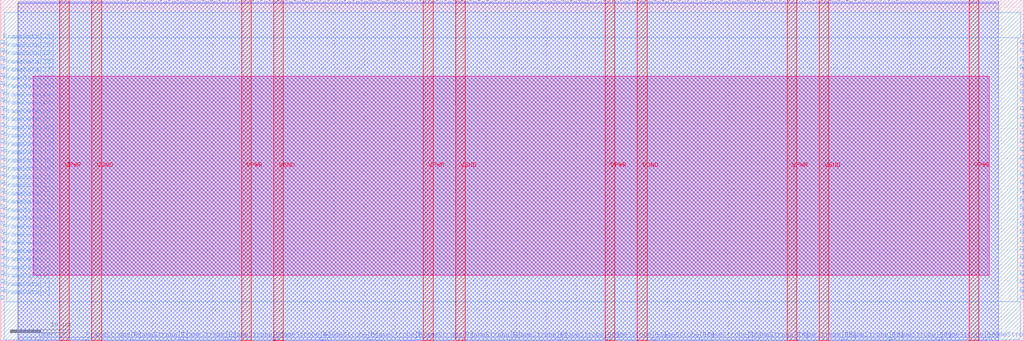
<source format=lef>
VERSION 5.7 ;
  NOWIREEXTENSIONATPIN ON ;
  DIVIDERCHAR "/" ;
  BUSBITCHARS "[]" ;
MACRO S_term_EF_SRAM
  CLASS BLOCK ;
  FOREIGN S_term_EF_SRAM ;
  ORIGIN 0.000 0.000 ;
  SIZE 168.750 BY 56.250 ;
  PIN FrameData[0]
    DIRECTION INPUT ;
    USE SIGNAL ;
    ANTENNAGATEAREA 0.196500 ;
    PORT
      LAYER met3 ;
        RECT 0.000 6.840 0.600 7.440 ;
    END
  END FrameData[0]
  PIN FrameData[10]
    DIRECTION INPUT ;
    USE SIGNAL ;
    ANTENNAGATEAREA 0.631200 ;
    ANTENNADIFFAREA 0.434700 ;
    PORT
      LAYER met3 ;
        RECT 0.000 20.440 0.600 21.040 ;
    END
  END FrameData[10]
  PIN FrameData[11]
    DIRECTION INPUT ;
    USE SIGNAL ;
    ANTENNAGATEAREA 0.631200 ;
    ANTENNADIFFAREA 0.434700 ;
    PORT
      LAYER met3 ;
        RECT 0.000 21.800 0.600 22.400 ;
    END
  END FrameData[11]
  PIN FrameData[12]
    DIRECTION INPUT ;
    USE SIGNAL ;
    ANTENNAGATEAREA 0.631200 ;
    ANTENNADIFFAREA 0.434700 ;
    PORT
      LAYER met3 ;
        RECT 0.000 23.160 0.600 23.760 ;
    END
  END FrameData[12]
  PIN FrameData[13]
    DIRECTION INPUT ;
    USE SIGNAL ;
    ANTENNAGATEAREA 0.631200 ;
    ANTENNADIFFAREA 0.434700 ;
    PORT
      LAYER met3 ;
        RECT 0.000 24.520 0.600 25.120 ;
    END
  END FrameData[13]
  PIN FrameData[14]
    DIRECTION INPUT ;
    USE SIGNAL ;
    ANTENNAGATEAREA 0.196500 ;
    PORT
      LAYER met3 ;
        RECT 0.000 25.880 0.600 26.480 ;
    END
  END FrameData[14]
  PIN FrameData[15]
    DIRECTION INPUT ;
    USE SIGNAL ;
    ANTENNAGATEAREA 0.196500 ;
    PORT
      LAYER met3 ;
        RECT 0.000 27.240 0.600 27.840 ;
    END
  END FrameData[15]
  PIN FrameData[16]
    DIRECTION INPUT ;
    USE SIGNAL ;
    ANTENNAGATEAREA 0.631200 ;
    ANTENNADIFFAREA 0.434700 ;
    PORT
      LAYER met3 ;
        RECT 0.000 28.600 0.600 29.200 ;
    END
  END FrameData[16]
  PIN FrameData[17]
    DIRECTION INPUT ;
    USE SIGNAL ;
    ANTENNAGATEAREA 0.196500 ;
    PORT
      LAYER met3 ;
        RECT 0.000 29.960 0.600 30.560 ;
    END
  END FrameData[17]
  PIN FrameData[18]
    DIRECTION INPUT ;
    USE SIGNAL ;
    ANTENNAGATEAREA 0.631200 ;
    ANTENNADIFFAREA 0.434700 ;
    PORT
      LAYER met3 ;
        RECT 0.000 31.320 0.600 31.920 ;
    END
  END FrameData[18]
  PIN FrameData[19]
    DIRECTION INPUT ;
    USE SIGNAL ;
    ANTENNAGATEAREA 0.196500 ;
    PORT
      LAYER met3 ;
        RECT 0.000 32.680 0.600 33.280 ;
    END
  END FrameData[19]
  PIN FrameData[1]
    DIRECTION INPUT ;
    USE SIGNAL ;
    ANTENNAGATEAREA 0.631200 ;
    ANTENNADIFFAREA 0.434700 ;
    PORT
      LAYER met3 ;
        RECT 0.000 8.200 0.600 8.800 ;
    END
  END FrameData[1]
  PIN FrameData[20]
    DIRECTION INPUT ;
    USE SIGNAL ;
    ANTENNAGATEAREA 0.631200 ;
    ANTENNADIFFAREA 0.434700 ;
    PORT
      LAYER met3 ;
        RECT 0.000 34.040 0.600 34.640 ;
    END
  END FrameData[20]
  PIN FrameData[21]
    DIRECTION INPUT ;
    USE SIGNAL ;
    ANTENNAGATEAREA 0.196500 ;
    PORT
      LAYER met3 ;
        RECT 0.000 35.400 0.600 36.000 ;
    END
  END FrameData[21]
  PIN FrameData[22]
    DIRECTION INPUT ;
    USE SIGNAL ;
    ANTENNAGATEAREA 0.631200 ;
    ANTENNADIFFAREA 0.434700 ;
    PORT
      LAYER met3 ;
        RECT 0.000 36.760 0.600 37.360 ;
    END
  END FrameData[22]
  PIN FrameData[23]
    DIRECTION INPUT ;
    USE SIGNAL ;
    ANTENNAGATEAREA 0.631200 ;
    ANTENNADIFFAREA 0.434700 ;
    PORT
      LAYER met3 ;
        RECT 0.000 38.120 0.600 38.720 ;
    END
  END FrameData[23]
  PIN FrameData[24]
    DIRECTION INPUT ;
    USE SIGNAL ;
    ANTENNAGATEAREA 0.631200 ;
    ANTENNADIFFAREA 0.434700 ;
    PORT
      LAYER met3 ;
        RECT 0.000 39.480 0.600 40.080 ;
    END
  END FrameData[24]
  PIN FrameData[25]
    DIRECTION INPUT ;
    USE SIGNAL ;
    ANTENNAGATEAREA 0.631200 ;
    ANTENNADIFFAREA 0.434700 ;
    PORT
      LAYER met3 ;
        RECT 0.000 40.840 0.600 41.440 ;
    END
  END FrameData[25]
  PIN FrameData[26]
    DIRECTION INPUT ;
    USE SIGNAL ;
    ANTENNAGATEAREA 0.631200 ;
    ANTENNADIFFAREA 0.434700 ;
    PORT
      LAYER met3 ;
        RECT 0.000 42.200 0.600 42.800 ;
    END
  END FrameData[26]
  PIN FrameData[27]
    DIRECTION INPUT ;
    USE SIGNAL ;
    ANTENNAGATEAREA 0.631200 ;
    ANTENNADIFFAREA 0.434700 ;
    PORT
      LAYER met3 ;
        RECT 0.000 43.560 0.600 44.160 ;
    END
  END FrameData[27]
  PIN FrameData[28]
    DIRECTION INPUT ;
    USE SIGNAL ;
    ANTENNAGATEAREA 0.631200 ;
    ANTENNADIFFAREA 0.434700 ;
    PORT
      LAYER met3 ;
        RECT 0.000 44.920 0.600 45.520 ;
    END
  END FrameData[28]
  PIN FrameData[29]
    DIRECTION INPUT ;
    USE SIGNAL ;
    ANTENNAGATEAREA 0.631200 ;
    ANTENNADIFFAREA 0.434700 ;
    PORT
      LAYER met3 ;
        RECT 0.000 46.280 0.600 46.880 ;
    END
  END FrameData[29]
  PIN FrameData[2]
    DIRECTION INPUT ;
    USE SIGNAL ;
    ANTENNAGATEAREA 0.631200 ;
    ANTENNADIFFAREA 0.434700 ;
    PORT
      LAYER met3 ;
        RECT 0.000 9.560 0.600 10.160 ;
    END
  END FrameData[2]
  PIN FrameData[30]
    DIRECTION INPUT ;
    USE SIGNAL ;
    ANTENNAGATEAREA 0.631200 ;
    ANTENNADIFFAREA 0.434700 ;
    PORT
      LAYER met3 ;
        RECT 0.000 47.640 0.600 48.240 ;
    END
  END FrameData[30]
  PIN FrameData[31]
    DIRECTION INPUT ;
    USE SIGNAL ;
    ANTENNAGATEAREA 0.631200 ;
    ANTENNADIFFAREA 0.434700 ;
    PORT
      LAYER met3 ;
        RECT 0.000 49.000 0.600 49.600 ;
    END
  END FrameData[31]
  PIN FrameData[3]
    DIRECTION INPUT ;
    USE SIGNAL ;
    ANTENNAGATEAREA 0.631200 ;
    ANTENNADIFFAREA 0.434700 ;
    PORT
      LAYER met3 ;
        RECT 0.000 10.920 0.600 11.520 ;
    END
  END FrameData[3]
  PIN FrameData[4]
    DIRECTION INPUT ;
    USE SIGNAL ;
    ANTENNAGATEAREA 0.196500 ;
    PORT
      LAYER met3 ;
        RECT 0.000 12.280 0.600 12.880 ;
    END
  END FrameData[4]
  PIN FrameData[5]
    DIRECTION INPUT ;
    USE SIGNAL ;
    ANTENNAGATEAREA 0.631200 ;
    ANTENNADIFFAREA 0.434700 ;
    PORT
      LAYER met3 ;
        RECT 0.000 13.640 0.600 14.240 ;
    END
  END FrameData[5]
  PIN FrameData[6]
    DIRECTION INPUT ;
    USE SIGNAL ;
    ANTENNAGATEAREA 0.631200 ;
    ANTENNADIFFAREA 0.434700 ;
    PORT
      LAYER met3 ;
        RECT 0.000 15.000 0.600 15.600 ;
    END
  END FrameData[6]
  PIN FrameData[7]
    DIRECTION INPUT ;
    USE SIGNAL ;
    ANTENNAGATEAREA 0.631200 ;
    ANTENNADIFFAREA 0.434700 ;
    PORT
      LAYER met3 ;
        RECT 0.000 16.360 0.600 16.960 ;
    END
  END FrameData[7]
  PIN FrameData[8]
    DIRECTION INPUT ;
    USE SIGNAL ;
    ANTENNAGATEAREA 0.631200 ;
    ANTENNADIFFAREA 0.434700 ;
    PORT
      LAYER met3 ;
        RECT 0.000 17.720 0.600 18.320 ;
    END
  END FrameData[8]
  PIN FrameData[9]
    DIRECTION INPUT ;
    USE SIGNAL ;
    ANTENNAGATEAREA 0.631200 ;
    ANTENNADIFFAREA 0.434700 ;
    PORT
      LAYER met3 ;
        RECT 0.000 19.080 0.600 19.680 ;
    END
  END FrameData[9]
  PIN FrameData_O[0]
    DIRECTION OUTPUT ;
    USE SIGNAL ;
    ANTENNADIFFAREA 0.445500 ;
    PORT
      LAYER met3 ;
        RECT 168.150 6.840 168.750 7.440 ;
    END
  END FrameData_O[0]
  PIN FrameData_O[10]
    DIRECTION OUTPUT ;
    USE SIGNAL ;
    ANTENNADIFFAREA 0.445500 ;
    PORT
      LAYER met3 ;
        RECT 168.150 20.440 168.750 21.040 ;
    END
  END FrameData_O[10]
  PIN FrameData_O[11]
    DIRECTION OUTPUT ;
    USE SIGNAL ;
    ANTENNADIFFAREA 0.445500 ;
    PORT
      LAYER met3 ;
        RECT 168.150 21.800 168.750 22.400 ;
    END
  END FrameData_O[11]
  PIN FrameData_O[12]
    DIRECTION OUTPUT ;
    USE SIGNAL ;
    ANTENNADIFFAREA 0.445500 ;
    PORT
      LAYER met3 ;
        RECT 168.150 23.160 168.750 23.760 ;
    END
  END FrameData_O[12]
  PIN FrameData_O[13]
    DIRECTION OUTPUT ;
    USE SIGNAL ;
    ANTENNADIFFAREA 0.445500 ;
    PORT
      LAYER met3 ;
        RECT 168.150 24.520 168.750 25.120 ;
    END
  END FrameData_O[13]
  PIN FrameData_O[14]
    DIRECTION OUTPUT ;
    USE SIGNAL ;
    ANTENNADIFFAREA 0.445500 ;
    PORT
      LAYER met3 ;
        RECT 168.150 25.880 168.750 26.480 ;
    END
  END FrameData_O[14]
  PIN FrameData_O[15]
    DIRECTION OUTPUT ;
    USE SIGNAL ;
    ANTENNADIFFAREA 0.445500 ;
    PORT
      LAYER met3 ;
        RECT 168.150 27.240 168.750 27.840 ;
    END
  END FrameData_O[15]
  PIN FrameData_O[16]
    DIRECTION OUTPUT ;
    USE SIGNAL ;
    ANTENNADIFFAREA 0.445500 ;
    PORT
      LAYER met3 ;
        RECT 168.150 28.600 168.750 29.200 ;
    END
  END FrameData_O[16]
  PIN FrameData_O[17]
    DIRECTION OUTPUT ;
    USE SIGNAL ;
    ANTENNADIFFAREA 0.445500 ;
    PORT
      LAYER met3 ;
        RECT 168.150 29.960 168.750 30.560 ;
    END
  END FrameData_O[17]
  PIN FrameData_O[18]
    DIRECTION OUTPUT ;
    USE SIGNAL ;
    ANTENNADIFFAREA 0.445500 ;
    PORT
      LAYER met3 ;
        RECT 168.150 31.320 168.750 31.920 ;
    END
  END FrameData_O[18]
  PIN FrameData_O[19]
    DIRECTION OUTPUT ;
    USE SIGNAL ;
    ANTENNADIFFAREA 0.445500 ;
    PORT
      LAYER met3 ;
        RECT 168.150 32.680 168.750 33.280 ;
    END
  END FrameData_O[19]
  PIN FrameData_O[1]
    DIRECTION OUTPUT ;
    USE SIGNAL ;
    ANTENNADIFFAREA 0.445500 ;
    PORT
      LAYER met3 ;
        RECT 168.150 8.200 168.750 8.800 ;
    END
  END FrameData_O[1]
  PIN FrameData_O[20]
    DIRECTION OUTPUT ;
    USE SIGNAL ;
    ANTENNADIFFAREA 0.445500 ;
    PORT
      LAYER met3 ;
        RECT 168.150 34.040 168.750 34.640 ;
    END
  END FrameData_O[20]
  PIN FrameData_O[21]
    DIRECTION OUTPUT ;
    USE SIGNAL ;
    ANTENNADIFFAREA 0.445500 ;
    PORT
      LAYER met3 ;
        RECT 168.150 35.400 168.750 36.000 ;
    END
  END FrameData_O[21]
  PIN FrameData_O[22]
    DIRECTION OUTPUT ;
    USE SIGNAL ;
    ANTENNADIFFAREA 0.445500 ;
    PORT
      LAYER met3 ;
        RECT 168.150 36.760 168.750 37.360 ;
    END
  END FrameData_O[22]
  PIN FrameData_O[23]
    DIRECTION OUTPUT ;
    USE SIGNAL ;
    ANTENNADIFFAREA 0.445500 ;
    PORT
      LAYER met3 ;
        RECT 168.150 38.120 168.750 38.720 ;
    END
  END FrameData_O[23]
  PIN FrameData_O[24]
    DIRECTION OUTPUT ;
    USE SIGNAL ;
    ANTENNADIFFAREA 0.445500 ;
    PORT
      LAYER met3 ;
        RECT 168.150 39.480 168.750 40.080 ;
    END
  END FrameData_O[24]
  PIN FrameData_O[25]
    DIRECTION OUTPUT ;
    USE SIGNAL ;
    ANTENNADIFFAREA 0.445500 ;
    PORT
      LAYER met3 ;
        RECT 168.150 40.840 168.750 41.440 ;
    END
  END FrameData_O[25]
  PIN FrameData_O[26]
    DIRECTION OUTPUT ;
    USE SIGNAL ;
    ANTENNADIFFAREA 0.445500 ;
    PORT
      LAYER met3 ;
        RECT 168.150 42.200 168.750 42.800 ;
    END
  END FrameData_O[26]
  PIN FrameData_O[27]
    DIRECTION OUTPUT ;
    USE SIGNAL ;
    ANTENNADIFFAREA 0.445500 ;
    PORT
      LAYER met3 ;
        RECT 168.150 43.560 168.750 44.160 ;
    END
  END FrameData_O[27]
  PIN FrameData_O[28]
    DIRECTION OUTPUT ;
    USE SIGNAL ;
    ANTENNADIFFAREA 0.445500 ;
    PORT
      LAYER met3 ;
        RECT 168.150 44.920 168.750 45.520 ;
    END
  END FrameData_O[28]
  PIN FrameData_O[29]
    DIRECTION OUTPUT ;
    USE SIGNAL ;
    ANTENNADIFFAREA 0.445500 ;
    PORT
      LAYER met3 ;
        RECT 168.150 46.280 168.750 46.880 ;
    END
  END FrameData_O[29]
  PIN FrameData_O[2]
    DIRECTION OUTPUT ;
    USE SIGNAL ;
    ANTENNADIFFAREA 0.445500 ;
    PORT
      LAYER met3 ;
        RECT 168.150 9.560 168.750 10.160 ;
    END
  END FrameData_O[2]
  PIN FrameData_O[30]
    DIRECTION OUTPUT ;
    USE SIGNAL ;
    ANTENNADIFFAREA 0.445500 ;
    PORT
      LAYER met3 ;
        RECT 168.150 47.640 168.750 48.240 ;
    END
  END FrameData_O[30]
  PIN FrameData_O[31]
    DIRECTION OUTPUT ;
    USE SIGNAL ;
    ANTENNADIFFAREA 0.445500 ;
    PORT
      LAYER met3 ;
        RECT 168.150 49.000 168.750 49.600 ;
    END
  END FrameData_O[31]
  PIN FrameData_O[3]
    DIRECTION OUTPUT ;
    USE SIGNAL ;
    ANTENNADIFFAREA 0.445500 ;
    PORT
      LAYER met3 ;
        RECT 168.150 10.920 168.750 11.520 ;
    END
  END FrameData_O[3]
  PIN FrameData_O[4]
    DIRECTION OUTPUT ;
    USE SIGNAL ;
    ANTENNADIFFAREA 0.445500 ;
    PORT
      LAYER met3 ;
        RECT 168.150 12.280 168.750 12.880 ;
    END
  END FrameData_O[4]
  PIN FrameData_O[5]
    DIRECTION OUTPUT ;
    USE SIGNAL ;
    ANTENNADIFFAREA 0.445500 ;
    PORT
      LAYER met3 ;
        RECT 168.150 13.640 168.750 14.240 ;
    END
  END FrameData_O[5]
  PIN FrameData_O[6]
    DIRECTION OUTPUT ;
    USE SIGNAL ;
    ANTENNADIFFAREA 0.445500 ;
    PORT
      LAYER met3 ;
        RECT 168.150 15.000 168.750 15.600 ;
    END
  END FrameData_O[6]
  PIN FrameData_O[7]
    DIRECTION OUTPUT ;
    USE SIGNAL ;
    ANTENNADIFFAREA 0.445500 ;
    PORT
      LAYER met3 ;
        RECT 168.150 16.360 168.750 16.960 ;
    END
  END FrameData_O[7]
  PIN FrameData_O[8]
    DIRECTION OUTPUT ;
    USE SIGNAL ;
    ANTENNADIFFAREA 0.445500 ;
    PORT
      LAYER met3 ;
        RECT 168.150 17.720 168.750 18.320 ;
    END
  END FrameData_O[8]
  PIN FrameData_O[9]
    DIRECTION OUTPUT ;
    USE SIGNAL ;
    ANTENNADIFFAREA 0.445500 ;
    PORT
      LAYER met3 ;
        RECT 168.150 19.080 168.750 19.680 ;
    END
  END FrameData_O[9]
  PIN FrameStrobe[0]
    DIRECTION INPUT ;
    USE SIGNAL ;
    ANTENNAGATEAREA 0.196500 ;
    PORT
      LAYER met2 ;
        RECT 13.890 0.000 14.170 0.280 ;
    END
  END FrameStrobe[0]
  PIN FrameStrobe[10]
    DIRECTION INPUT ;
    USE SIGNAL ;
    ANTENNAGATEAREA 0.196500 ;
    PORT
      LAYER met2 ;
        RECT 92.090 0.000 92.370 0.280 ;
    END
  END FrameStrobe[10]
  PIN FrameStrobe[11]
    DIRECTION INPUT ;
    USE SIGNAL ;
    ANTENNAGATEAREA 0.196500 ;
    PORT
      LAYER met2 ;
        RECT 99.910 0.000 100.190 0.280 ;
    END
  END FrameStrobe[11]
  PIN FrameStrobe[12]
    DIRECTION INPUT ;
    USE SIGNAL ;
    ANTENNAGATEAREA 0.196500 ;
    PORT
      LAYER met2 ;
        RECT 107.730 0.000 108.010 0.280 ;
    END
  END FrameStrobe[12]
  PIN FrameStrobe[13]
    DIRECTION INPUT ;
    USE SIGNAL ;
    ANTENNAGATEAREA 0.196500 ;
    PORT
      LAYER met2 ;
        RECT 115.550 0.000 115.830 0.280 ;
    END
  END FrameStrobe[13]
  PIN FrameStrobe[14]
    DIRECTION INPUT ;
    USE SIGNAL ;
    ANTENNAGATEAREA 0.196500 ;
    PORT
      LAYER met2 ;
        RECT 123.370 0.000 123.650 0.280 ;
    END
  END FrameStrobe[14]
  PIN FrameStrobe[15]
    DIRECTION INPUT ;
    USE SIGNAL ;
    ANTENNAGATEAREA 0.196500 ;
    PORT
      LAYER met2 ;
        RECT 131.190 0.000 131.470 0.280 ;
    END
  END FrameStrobe[15]
  PIN FrameStrobe[16]
    DIRECTION INPUT ;
    USE SIGNAL ;
    ANTENNAGATEAREA 0.196500 ;
    PORT
      LAYER met2 ;
        RECT 139.010 0.000 139.290 0.280 ;
    END
  END FrameStrobe[16]
  PIN FrameStrobe[17]
    DIRECTION INPUT ;
    USE SIGNAL ;
    ANTENNAGATEAREA 0.196500 ;
    PORT
      LAYER met2 ;
        RECT 146.830 0.000 147.110 0.280 ;
    END
  END FrameStrobe[17]
  PIN FrameStrobe[18]
    DIRECTION INPUT ;
    USE SIGNAL ;
    ANTENNAGATEAREA 0.196500 ;
    PORT
      LAYER met2 ;
        RECT 154.650 0.000 154.930 0.280 ;
    END
  END FrameStrobe[18]
  PIN FrameStrobe[19]
    DIRECTION INPUT ;
    USE SIGNAL ;
    ANTENNAGATEAREA 0.196500 ;
    PORT
      LAYER met2 ;
        RECT 162.470 0.000 162.750 0.280 ;
    END
  END FrameStrobe[19]
  PIN FrameStrobe[1]
    DIRECTION INPUT ;
    USE SIGNAL ;
    ANTENNAGATEAREA 0.196500 ;
    PORT
      LAYER met2 ;
        RECT 21.710 0.000 21.990 0.280 ;
    END
  END FrameStrobe[1]
  PIN FrameStrobe[2]
    DIRECTION INPUT ;
    USE SIGNAL ;
    ANTENNAGATEAREA 0.631200 ;
    ANTENNADIFFAREA 0.434700 ;
    PORT
      LAYER met2 ;
        RECT 29.530 0.000 29.810 0.280 ;
    END
  END FrameStrobe[2]
  PIN FrameStrobe[3]
    DIRECTION INPUT ;
    USE SIGNAL ;
    ANTENNAGATEAREA 0.196500 ;
    PORT
      LAYER met2 ;
        RECT 37.350 0.000 37.630 0.280 ;
    END
  END FrameStrobe[3]
  PIN FrameStrobe[4]
    DIRECTION INPUT ;
    USE SIGNAL ;
    ANTENNAGATEAREA 0.196500 ;
    PORT
      LAYER met2 ;
        RECT 45.170 0.000 45.450 0.280 ;
    END
  END FrameStrobe[4]
  PIN FrameStrobe[5]
    DIRECTION INPUT ;
    USE SIGNAL ;
    ANTENNAGATEAREA 0.196500 ;
    PORT
      LAYER met2 ;
        RECT 52.990 0.000 53.270 0.280 ;
    END
  END FrameStrobe[5]
  PIN FrameStrobe[6]
    DIRECTION INPUT ;
    USE SIGNAL ;
    ANTENNAGATEAREA 0.196500 ;
    PORT
      LAYER met2 ;
        RECT 60.810 0.000 61.090 0.280 ;
    END
  END FrameStrobe[6]
  PIN FrameStrobe[7]
    DIRECTION INPUT ;
    USE SIGNAL ;
    ANTENNAGATEAREA 0.196500 ;
    PORT
      LAYER met2 ;
        RECT 68.630 0.000 68.910 0.280 ;
    END
  END FrameStrobe[7]
  PIN FrameStrobe[8]
    DIRECTION INPUT ;
    USE SIGNAL ;
    ANTENNAGATEAREA 0.196500 ;
    PORT
      LAYER met2 ;
        RECT 76.450 0.000 76.730 0.280 ;
    END
  END FrameStrobe[8]
  PIN FrameStrobe[9]
    DIRECTION INPUT ;
    USE SIGNAL ;
    ANTENNAGATEAREA 0.196500 ;
    PORT
      LAYER met2 ;
        RECT 84.270 0.000 84.550 0.280 ;
    END
  END FrameStrobe[9]
  PIN FrameStrobe_O[0]
    DIRECTION OUTPUT ;
    USE SIGNAL ;
    ANTENNADIFFAREA 0.445500 ;
    PORT
      LAYER met2 ;
        RECT 121.530 55.970 121.810 56.250 ;
    END
  END FrameStrobe_O[0]
  PIN FrameStrobe_O[10]
    DIRECTION OUTPUT ;
    USE SIGNAL ;
    ANTENNADIFFAREA 0.445500 ;
    PORT
      LAYER met2 ;
        RECT 135.330 55.970 135.610 56.250 ;
    END
  END FrameStrobe_O[10]
  PIN FrameStrobe_O[11]
    DIRECTION OUTPUT ;
    USE SIGNAL ;
    ANTENNADIFFAREA 0.445500 ;
    PORT
      LAYER met2 ;
        RECT 136.710 55.970 136.990 56.250 ;
    END
  END FrameStrobe_O[11]
  PIN FrameStrobe_O[12]
    DIRECTION OUTPUT ;
    USE SIGNAL ;
    ANTENNADIFFAREA 0.445500 ;
    PORT
      LAYER met2 ;
        RECT 138.090 55.970 138.370 56.250 ;
    END
  END FrameStrobe_O[12]
  PIN FrameStrobe_O[13]
    DIRECTION OUTPUT ;
    USE SIGNAL ;
    ANTENNADIFFAREA 0.445500 ;
    PORT
      LAYER met2 ;
        RECT 139.470 55.970 139.750 56.250 ;
    END
  END FrameStrobe_O[13]
  PIN FrameStrobe_O[14]
    DIRECTION OUTPUT ;
    USE SIGNAL ;
    ANTENNADIFFAREA 0.445500 ;
    PORT
      LAYER met2 ;
        RECT 140.850 55.970 141.130 56.250 ;
    END
  END FrameStrobe_O[14]
  PIN FrameStrobe_O[15]
    DIRECTION OUTPUT ;
    USE SIGNAL ;
    ANTENNADIFFAREA 0.445500 ;
    PORT
      LAYER met2 ;
        RECT 142.230 55.970 142.510 56.250 ;
    END
  END FrameStrobe_O[15]
  PIN FrameStrobe_O[16]
    DIRECTION OUTPUT ;
    USE SIGNAL ;
    ANTENNADIFFAREA 0.445500 ;
    PORT
      LAYER met2 ;
        RECT 143.610 55.970 143.890 56.250 ;
    END
  END FrameStrobe_O[16]
  PIN FrameStrobe_O[17]
    DIRECTION OUTPUT ;
    USE SIGNAL ;
    ANTENNADIFFAREA 0.445500 ;
    PORT
      LAYER met2 ;
        RECT 144.990 55.970 145.270 56.250 ;
    END
  END FrameStrobe_O[17]
  PIN FrameStrobe_O[18]
    DIRECTION OUTPUT ;
    USE SIGNAL ;
    ANTENNADIFFAREA 0.445500 ;
    PORT
      LAYER met2 ;
        RECT 146.370 55.970 146.650 56.250 ;
    END
  END FrameStrobe_O[18]
  PIN FrameStrobe_O[19]
    DIRECTION OUTPUT ;
    USE SIGNAL ;
    ANTENNADIFFAREA 0.445500 ;
    PORT
      LAYER met2 ;
        RECT 147.750 55.970 148.030 56.250 ;
    END
  END FrameStrobe_O[19]
  PIN FrameStrobe_O[1]
    DIRECTION OUTPUT ;
    USE SIGNAL ;
    ANTENNADIFFAREA 0.445500 ;
    PORT
      LAYER met2 ;
        RECT 122.910 55.970 123.190 56.250 ;
    END
  END FrameStrobe_O[1]
  PIN FrameStrobe_O[2]
    DIRECTION OUTPUT ;
    USE SIGNAL ;
    ANTENNADIFFAREA 0.445500 ;
    PORT
      LAYER met2 ;
        RECT 124.290 55.970 124.570 56.250 ;
    END
  END FrameStrobe_O[2]
  PIN FrameStrobe_O[3]
    DIRECTION OUTPUT ;
    USE SIGNAL ;
    ANTENNADIFFAREA 0.445500 ;
    PORT
      LAYER met2 ;
        RECT 125.670 55.970 125.950 56.250 ;
    END
  END FrameStrobe_O[3]
  PIN FrameStrobe_O[4]
    DIRECTION OUTPUT ;
    USE SIGNAL ;
    ANTENNADIFFAREA 0.445500 ;
    PORT
      LAYER met2 ;
        RECT 127.050 55.970 127.330 56.250 ;
    END
  END FrameStrobe_O[4]
  PIN FrameStrobe_O[5]
    DIRECTION OUTPUT ;
    USE SIGNAL ;
    ANTENNADIFFAREA 0.445500 ;
    PORT
      LAYER met2 ;
        RECT 128.430 55.970 128.710 56.250 ;
    END
  END FrameStrobe_O[5]
  PIN FrameStrobe_O[6]
    DIRECTION OUTPUT ;
    USE SIGNAL ;
    ANTENNADIFFAREA 0.445500 ;
    PORT
      LAYER met2 ;
        RECT 129.810 55.970 130.090 56.250 ;
    END
  END FrameStrobe_O[6]
  PIN FrameStrobe_O[7]
    DIRECTION OUTPUT ;
    USE SIGNAL ;
    ANTENNADIFFAREA 0.445500 ;
    PORT
      LAYER met2 ;
        RECT 131.190 55.970 131.470 56.250 ;
    END
  END FrameStrobe_O[7]
  PIN FrameStrobe_O[8]
    DIRECTION OUTPUT ;
    USE SIGNAL ;
    ANTENNADIFFAREA 0.445500 ;
    PORT
      LAYER met2 ;
        RECT 132.570 55.970 132.850 56.250 ;
    END
  END FrameStrobe_O[8]
  PIN FrameStrobe_O[9]
    DIRECTION OUTPUT ;
    USE SIGNAL ;
    ANTENNADIFFAREA 0.445500 ;
    PORT
      LAYER met2 ;
        RECT 133.950 55.970 134.230 56.250 ;
    END
  END FrameStrobe_O[9]
  PIN N1BEG[0]
    DIRECTION OUTPUT ;
    USE SIGNAL ;
    ANTENNADIFFAREA 0.445500 ;
    PORT
      LAYER met2 ;
        RECT 20.790 55.970 21.070 56.250 ;
    END
  END N1BEG[0]
  PIN N1BEG[1]
    DIRECTION OUTPUT ;
    USE SIGNAL ;
    ANTENNADIFFAREA 0.445500 ;
    PORT
      LAYER met2 ;
        RECT 22.170 55.970 22.450 56.250 ;
    END
  END N1BEG[1]
  PIN N1BEG[2]
    DIRECTION OUTPUT ;
    USE SIGNAL ;
    ANTENNADIFFAREA 0.445500 ;
    PORT
      LAYER met2 ;
        RECT 23.550 55.970 23.830 56.250 ;
    END
  END N1BEG[2]
  PIN N1BEG[3]
    DIRECTION OUTPUT ;
    USE SIGNAL ;
    ANTENNADIFFAREA 0.445500 ;
    PORT
      LAYER met2 ;
        RECT 24.930 55.970 25.210 56.250 ;
    END
  END N1BEG[3]
  PIN N2BEG[0]
    DIRECTION OUTPUT ;
    USE SIGNAL ;
    ANTENNADIFFAREA 0.445500 ;
    PORT
      LAYER met2 ;
        RECT 26.310 55.970 26.590 56.250 ;
    END
  END N2BEG[0]
  PIN N2BEG[1]
    DIRECTION OUTPUT ;
    USE SIGNAL ;
    ANTENNADIFFAREA 0.445500 ;
    PORT
      LAYER met2 ;
        RECT 27.690 55.970 27.970 56.250 ;
    END
  END N2BEG[1]
  PIN N2BEG[2]
    DIRECTION OUTPUT ;
    USE SIGNAL ;
    ANTENNADIFFAREA 0.445500 ;
    PORT
      LAYER met2 ;
        RECT 29.070 55.970 29.350 56.250 ;
    END
  END N2BEG[2]
  PIN N2BEG[3]
    DIRECTION OUTPUT ;
    USE SIGNAL ;
    ANTENNADIFFAREA 0.445500 ;
    PORT
      LAYER met2 ;
        RECT 30.450 55.970 30.730 56.250 ;
    END
  END N2BEG[3]
  PIN N2BEG[4]
    DIRECTION OUTPUT ;
    USE SIGNAL ;
    ANTENNADIFFAREA 0.445500 ;
    PORT
      LAYER met2 ;
        RECT 31.830 55.970 32.110 56.250 ;
    END
  END N2BEG[4]
  PIN N2BEG[5]
    DIRECTION OUTPUT ;
    USE SIGNAL ;
    ANTENNADIFFAREA 0.445500 ;
    PORT
      LAYER met2 ;
        RECT 33.210 55.970 33.490 56.250 ;
    END
  END N2BEG[5]
  PIN N2BEG[6]
    DIRECTION OUTPUT ;
    USE SIGNAL ;
    ANTENNADIFFAREA 0.445500 ;
    PORT
      LAYER met2 ;
        RECT 34.590 55.970 34.870 56.250 ;
    END
  END N2BEG[6]
  PIN N2BEG[7]
    DIRECTION OUTPUT ;
    USE SIGNAL ;
    ANTENNADIFFAREA 0.445500 ;
    PORT
      LAYER met2 ;
        RECT 35.970 55.970 36.250 56.250 ;
    END
  END N2BEG[7]
  PIN N2BEGb[0]
    DIRECTION OUTPUT ;
    USE SIGNAL ;
    ANTENNADIFFAREA 0.445500 ;
    PORT
      LAYER met2 ;
        RECT 37.350 55.970 37.630 56.250 ;
    END
  END N2BEGb[0]
  PIN N2BEGb[1]
    DIRECTION OUTPUT ;
    USE SIGNAL ;
    ANTENNADIFFAREA 0.445500 ;
    PORT
      LAYER met2 ;
        RECT 38.730 55.970 39.010 56.250 ;
    END
  END N2BEGb[1]
  PIN N2BEGb[2]
    DIRECTION OUTPUT ;
    USE SIGNAL ;
    ANTENNADIFFAREA 0.445500 ;
    PORT
      LAYER met2 ;
        RECT 40.110 55.970 40.390 56.250 ;
    END
  END N2BEGb[2]
  PIN N2BEGb[3]
    DIRECTION OUTPUT ;
    USE SIGNAL ;
    ANTENNADIFFAREA 0.445500 ;
    PORT
      LAYER met2 ;
        RECT 41.490 55.970 41.770 56.250 ;
    END
  END N2BEGb[3]
  PIN N2BEGb[4]
    DIRECTION OUTPUT ;
    USE SIGNAL ;
    ANTENNADIFFAREA 0.445500 ;
    PORT
      LAYER met2 ;
        RECT 42.870 55.970 43.150 56.250 ;
    END
  END N2BEGb[4]
  PIN N2BEGb[5]
    DIRECTION OUTPUT ;
    USE SIGNAL ;
    ANTENNADIFFAREA 0.445500 ;
    PORT
      LAYER met2 ;
        RECT 44.250 55.970 44.530 56.250 ;
    END
  END N2BEGb[5]
  PIN N2BEGb[6]
    DIRECTION OUTPUT ;
    USE SIGNAL ;
    ANTENNADIFFAREA 0.445500 ;
    PORT
      LAYER met2 ;
        RECT 45.630 55.970 45.910 56.250 ;
    END
  END N2BEGb[6]
  PIN N2BEGb[7]
    DIRECTION OUTPUT ;
    USE SIGNAL ;
    ANTENNADIFFAREA 0.445500 ;
    PORT
      LAYER met2 ;
        RECT 47.010 55.970 47.290 56.250 ;
    END
  END N2BEGb[7]
  PIN N4BEG[0]
    DIRECTION OUTPUT ;
    USE SIGNAL ;
    ANTENNADIFFAREA 0.445500 ;
    PORT
      LAYER met2 ;
        RECT 48.390 55.970 48.670 56.250 ;
    END
  END N4BEG[0]
  PIN N4BEG[10]
    DIRECTION OUTPUT ;
    USE SIGNAL ;
    ANTENNADIFFAREA 0.445500 ;
    PORT
      LAYER met2 ;
        RECT 62.190 55.970 62.470 56.250 ;
    END
  END N4BEG[10]
  PIN N4BEG[11]
    DIRECTION OUTPUT ;
    USE SIGNAL ;
    ANTENNADIFFAREA 0.445500 ;
    PORT
      LAYER met2 ;
        RECT 63.570 55.970 63.850 56.250 ;
    END
  END N4BEG[11]
  PIN N4BEG[12]
    DIRECTION OUTPUT ;
    USE SIGNAL ;
    ANTENNADIFFAREA 0.445500 ;
    PORT
      LAYER met2 ;
        RECT 64.950 55.970 65.230 56.250 ;
    END
  END N4BEG[12]
  PIN N4BEG[13]
    DIRECTION OUTPUT ;
    USE SIGNAL ;
    ANTENNADIFFAREA 0.445500 ;
    PORT
      LAYER met2 ;
        RECT 66.330 55.970 66.610 56.250 ;
    END
  END N4BEG[13]
  PIN N4BEG[14]
    DIRECTION OUTPUT ;
    USE SIGNAL ;
    ANTENNADIFFAREA 0.445500 ;
    PORT
      LAYER met2 ;
        RECT 67.710 55.970 67.990 56.250 ;
    END
  END N4BEG[14]
  PIN N4BEG[15]
    DIRECTION OUTPUT ;
    USE SIGNAL ;
    ANTENNADIFFAREA 0.445500 ;
    PORT
      LAYER met2 ;
        RECT 69.090 55.970 69.370 56.250 ;
    END
  END N4BEG[15]
  PIN N4BEG[1]
    DIRECTION OUTPUT ;
    USE SIGNAL ;
    ANTENNADIFFAREA 0.445500 ;
    PORT
      LAYER met2 ;
        RECT 49.770 55.970 50.050 56.250 ;
    END
  END N4BEG[1]
  PIN N4BEG[2]
    DIRECTION OUTPUT ;
    USE SIGNAL ;
    ANTENNADIFFAREA 0.445500 ;
    PORT
      LAYER met2 ;
        RECT 51.150 55.970 51.430 56.250 ;
    END
  END N4BEG[2]
  PIN N4BEG[3]
    DIRECTION OUTPUT ;
    USE SIGNAL ;
    ANTENNADIFFAREA 0.445500 ;
    PORT
      LAYER met2 ;
        RECT 52.530 55.970 52.810 56.250 ;
    END
  END N4BEG[3]
  PIN N4BEG[4]
    DIRECTION OUTPUT ;
    USE SIGNAL ;
    ANTENNADIFFAREA 0.445500 ;
    PORT
      LAYER met2 ;
        RECT 53.910 55.970 54.190 56.250 ;
    END
  END N4BEG[4]
  PIN N4BEG[5]
    DIRECTION OUTPUT ;
    USE SIGNAL ;
    ANTENNADIFFAREA 0.445500 ;
    PORT
      LAYER met2 ;
        RECT 55.290 55.970 55.570 56.250 ;
    END
  END N4BEG[5]
  PIN N4BEG[6]
    DIRECTION OUTPUT ;
    USE SIGNAL ;
    ANTENNADIFFAREA 0.445500 ;
    PORT
      LAYER met2 ;
        RECT 56.670 55.970 56.950 56.250 ;
    END
  END N4BEG[6]
  PIN N4BEG[7]
    DIRECTION OUTPUT ;
    USE SIGNAL ;
    ANTENNADIFFAREA 0.445500 ;
    PORT
      LAYER met2 ;
        RECT 58.050 55.970 58.330 56.250 ;
    END
  END N4BEG[7]
  PIN N4BEG[8]
    DIRECTION OUTPUT ;
    USE SIGNAL ;
    ANTENNADIFFAREA 0.445500 ;
    PORT
      LAYER met2 ;
        RECT 59.430 55.970 59.710 56.250 ;
    END
  END N4BEG[8]
  PIN N4BEG[9]
    DIRECTION OUTPUT ;
    USE SIGNAL ;
    ANTENNADIFFAREA 0.445500 ;
    PORT
      LAYER met2 ;
        RECT 60.810 55.970 61.090 56.250 ;
    END
  END N4BEG[9]
  PIN S1END[0]
    DIRECTION INPUT ;
    USE SIGNAL ;
    ANTENNAGATEAREA 0.196500 ;
    PORT
      LAYER met2 ;
        RECT 70.470 55.970 70.750 56.250 ;
    END
  END S1END[0]
  PIN S1END[1]
    DIRECTION INPUT ;
    USE SIGNAL ;
    ANTENNAGATEAREA 0.196500 ;
    PORT
      LAYER met2 ;
        RECT 71.850 55.970 72.130 56.250 ;
    END
  END S1END[1]
  PIN S1END[2]
    DIRECTION INPUT ;
    USE SIGNAL ;
    ANTENNAGATEAREA 0.196500 ;
    PORT
      LAYER met2 ;
        RECT 73.230 55.970 73.510 56.250 ;
    END
  END S1END[2]
  PIN S1END[3]
    DIRECTION INPUT ;
    USE SIGNAL ;
    ANTENNAGATEAREA 0.196500 ;
    PORT
      LAYER met2 ;
        RECT 74.610 55.970 74.890 56.250 ;
    END
  END S1END[3]
  PIN S2END[0]
    DIRECTION INPUT ;
    USE SIGNAL ;
    ANTENNAGATEAREA 0.196500 ;
    PORT
      LAYER met2 ;
        RECT 87.030 55.970 87.310 56.250 ;
    END
  END S2END[0]
  PIN S2END[1]
    DIRECTION INPUT ;
    USE SIGNAL ;
    ANTENNAGATEAREA 0.196500 ;
    PORT
      LAYER met2 ;
        RECT 88.410 55.970 88.690 56.250 ;
    END
  END S2END[1]
  PIN S2END[2]
    DIRECTION INPUT ;
    USE SIGNAL ;
    ANTENNAGATEAREA 0.196500 ;
    PORT
      LAYER met2 ;
        RECT 89.790 55.970 90.070 56.250 ;
    END
  END S2END[2]
  PIN S2END[3]
    DIRECTION INPUT ;
    USE SIGNAL ;
    ANTENNAGATEAREA 0.631200 ;
    ANTENNADIFFAREA 0.434700 ;
    PORT
      LAYER met2 ;
        RECT 91.170 55.970 91.450 56.250 ;
    END
  END S2END[3]
  PIN S2END[4]
    DIRECTION INPUT ;
    USE SIGNAL ;
    ANTENNAGATEAREA 0.631200 ;
    ANTENNADIFFAREA 0.434700 ;
    PORT
      LAYER met2 ;
        RECT 92.550 55.970 92.830 56.250 ;
    END
  END S2END[4]
  PIN S2END[5]
    DIRECTION INPUT ;
    USE SIGNAL ;
    ANTENNAGATEAREA 0.196500 ;
    PORT
      LAYER met2 ;
        RECT 93.930 55.970 94.210 56.250 ;
    END
  END S2END[5]
  PIN S2END[6]
    DIRECTION INPUT ;
    USE SIGNAL ;
    ANTENNAGATEAREA 0.196500 ;
    PORT
      LAYER met2 ;
        RECT 95.310 55.970 95.590 56.250 ;
    END
  END S2END[6]
  PIN S2END[7]
    DIRECTION INPUT ;
    USE SIGNAL ;
    ANTENNAGATEAREA 0.196500 ;
    PORT
      LAYER met2 ;
        RECT 96.690 55.970 96.970 56.250 ;
    END
  END S2END[7]
  PIN S2MID[0]
    DIRECTION INPUT ;
    USE SIGNAL ;
    ANTENNAGATEAREA 0.196500 ;
    PORT
      LAYER met2 ;
        RECT 75.990 55.970 76.270 56.250 ;
    END
  END S2MID[0]
  PIN S2MID[1]
    DIRECTION INPUT ;
    USE SIGNAL ;
    ANTENNAGATEAREA 0.196500 ;
    PORT
      LAYER met2 ;
        RECT 77.370 55.970 77.650 56.250 ;
    END
  END S2MID[1]
  PIN S2MID[2]
    DIRECTION INPUT ;
    USE SIGNAL ;
    ANTENNAGATEAREA 0.196500 ;
    PORT
      LAYER met2 ;
        RECT 78.750 55.970 79.030 56.250 ;
    END
  END S2MID[2]
  PIN S2MID[3]
    DIRECTION INPUT ;
    USE SIGNAL ;
    ANTENNAGATEAREA 0.196500 ;
    PORT
      LAYER met2 ;
        RECT 80.130 55.970 80.410 56.250 ;
    END
  END S2MID[3]
  PIN S2MID[4]
    DIRECTION INPUT ;
    USE SIGNAL ;
    ANTENNAGATEAREA 0.196500 ;
    PORT
      LAYER met2 ;
        RECT 81.510 55.970 81.790 56.250 ;
    END
  END S2MID[4]
  PIN S2MID[5]
    DIRECTION INPUT ;
    USE SIGNAL ;
    ANTENNAGATEAREA 0.196500 ;
    PORT
      LAYER met2 ;
        RECT 82.890 55.970 83.170 56.250 ;
    END
  END S2MID[5]
  PIN S2MID[6]
    DIRECTION INPUT ;
    USE SIGNAL ;
    ANTENNAGATEAREA 0.196500 ;
    PORT
      LAYER met2 ;
        RECT 84.270 55.970 84.550 56.250 ;
    END
  END S2MID[6]
  PIN S2MID[7]
    DIRECTION INPUT ;
    USE SIGNAL ;
    ANTENNAGATEAREA 0.196500 ;
    PORT
      LAYER met2 ;
        RECT 85.650 55.970 85.930 56.250 ;
    END
  END S2MID[7]
  PIN S4END[0]
    DIRECTION INPUT ;
    USE SIGNAL ;
    ANTENNAGATEAREA 0.196500 ;
    PORT
      LAYER met2 ;
        RECT 98.070 55.970 98.350 56.250 ;
    END
  END S4END[0]
  PIN S4END[10]
    DIRECTION INPUT ;
    USE SIGNAL ;
    ANTENNAGATEAREA 0.196500 ;
    PORT
      LAYER met2 ;
        RECT 111.870 55.970 112.150 56.250 ;
    END
  END S4END[10]
  PIN S4END[11]
    DIRECTION INPUT ;
    USE SIGNAL ;
    ANTENNAGATEAREA 0.196500 ;
    PORT
      LAYER met2 ;
        RECT 113.250 55.970 113.530 56.250 ;
    END
  END S4END[11]
  PIN S4END[12]
    DIRECTION INPUT ;
    USE SIGNAL ;
    ANTENNAGATEAREA 0.196500 ;
    PORT
      LAYER met2 ;
        RECT 114.630 55.970 114.910 56.250 ;
    END
  END S4END[12]
  PIN S4END[13]
    DIRECTION INPUT ;
    USE SIGNAL ;
    ANTENNAGATEAREA 0.196500 ;
    PORT
      LAYER met2 ;
        RECT 116.010 55.970 116.290 56.250 ;
    END
  END S4END[13]
  PIN S4END[14]
    DIRECTION INPUT ;
    USE SIGNAL ;
    ANTENNAGATEAREA 0.196500 ;
    PORT
      LAYER met2 ;
        RECT 117.390 55.970 117.670 56.250 ;
    END
  END S4END[14]
  PIN S4END[15]
    DIRECTION INPUT ;
    USE SIGNAL ;
    ANTENNAGATEAREA 0.196500 ;
    PORT
      LAYER met2 ;
        RECT 118.770 55.970 119.050 56.250 ;
    END
  END S4END[15]
  PIN S4END[1]
    DIRECTION INPUT ;
    USE SIGNAL ;
    ANTENNAGATEAREA 0.631200 ;
    ANTENNADIFFAREA 0.434700 ;
    PORT
      LAYER met2 ;
        RECT 99.450 55.970 99.730 56.250 ;
    END
  END S4END[1]
  PIN S4END[2]
    DIRECTION INPUT ;
    USE SIGNAL ;
    ANTENNAGATEAREA 0.196500 ;
    PORT
      LAYER met2 ;
        RECT 100.830 55.970 101.110 56.250 ;
    END
  END S4END[2]
  PIN S4END[3]
    DIRECTION INPUT ;
    USE SIGNAL ;
    ANTENNAGATEAREA 0.196500 ;
    PORT
      LAYER met2 ;
        RECT 102.210 55.970 102.490 56.250 ;
    END
  END S4END[3]
  PIN S4END[4]
    DIRECTION INPUT ;
    USE SIGNAL ;
    ANTENNAGATEAREA 0.196500 ;
    PORT
      LAYER met2 ;
        RECT 103.590 55.970 103.870 56.250 ;
    END
  END S4END[4]
  PIN S4END[5]
    DIRECTION INPUT ;
    USE SIGNAL ;
    ANTENNAGATEAREA 0.196500 ;
    PORT
      LAYER met2 ;
        RECT 104.970 55.970 105.250 56.250 ;
    END
  END S4END[5]
  PIN S4END[6]
    DIRECTION INPUT ;
    USE SIGNAL ;
    ANTENNAGATEAREA 0.196500 ;
    PORT
      LAYER met2 ;
        RECT 106.350 55.970 106.630 56.250 ;
    END
  END S4END[6]
  PIN S4END[7]
    DIRECTION INPUT ;
    USE SIGNAL ;
    ANTENNAGATEAREA 0.196500 ;
    PORT
      LAYER met2 ;
        RECT 107.730 55.970 108.010 56.250 ;
    END
  END S4END[7]
  PIN S4END[8]
    DIRECTION INPUT ;
    USE SIGNAL ;
    ANTENNAGATEAREA 0.196500 ;
    PORT
      LAYER met2 ;
        RECT 109.110 55.970 109.390 56.250 ;
    END
  END S4END[8]
  PIN S4END[9]
    DIRECTION INPUT ;
    USE SIGNAL ;
    ANTENNAGATEAREA 0.196500 ;
    PORT
      LAYER met2 ;
        RECT 110.490 55.970 110.770 56.250 ;
    END
  END S4END[9]
  PIN UserCLK
    DIRECTION INPUT ;
    USE SIGNAL ;
    ANTENNAGATEAREA 0.159000 ;
    PORT
      LAYER met2 ;
        RECT 6.070 0.000 6.350 0.280 ;
    END
  END UserCLK
  PIN UserCLKo
    DIRECTION OUTPUT ;
    USE SIGNAL ;
    ANTENNADIFFAREA 0.340600 ;
    PORT
      LAYER met2 ;
        RECT 120.150 55.970 120.430 56.250 ;
    END
  END UserCLKo
  PIN VGND
    DIRECTION INOUT ;
    USE GROUND ;
    PORT
      LAYER met4 ;
        RECT 15.020 0.000 16.620 56.250 ;
    END
    PORT
      LAYER met4 ;
        RECT 45.020 0.000 46.620 56.250 ;
    END
    PORT
      LAYER met4 ;
        RECT 75.020 0.000 76.620 56.250 ;
    END
    PORT
      LAYER met4 ;
        RECT 105.020 0.000 106.620 56.250 ;
    END
    PORT
      LAYER met4 ;
        RECT 135.020 0.000 136.620 56.250 ;
    END
  END VGND
  PIN VPWR
    DIRECTION INOUT ;
    USE POWER ;
    PORT
      LAYER met4 ;
        RECT 9.720 0.000 11.320 56.250 ;
    END
    PORT
      LAYER met4 ;
        RECT 39.720 0.000 41.320 56.250 ;
    END
    PORT
      LAYER met4 ;
        RECT 69.720 0.000 71.320 56.250 ;
    END
    PORT
      LAYER met4 ;
        RECT 99.720 0.000 101.320 56.250 ;
    END
    PORT
      LAYER met4 ;
        RECT 129.720 0.000 131.320 56.250 ;
    END
    PORT
      LAYER met4 ;
        RECT 159.720 0.000 161.320 56.250 ;
    END
  END VPWR
  OBS
      LAYER nwell ;
        RECT 5.330 10.795 163.030 43.605 ;
      LAYER li1 ;
        RECT 5.520 10.795 162.840 43.605 ;
      LAYER met1 ;
        RECT 2.830 0.040 164.610 55.720 ;
      LAYER met2 ;
        RECT 2.850 55.690 20.510 55.970 ;
        RECT 21.350 55.690 21.890 55.970 ;
        RECT 22.730 55.690 23.270 55.970 ;
        RECT 24.110 55.690 24.650 55.970 ;
        RECT 25.490 55.690 26.030 55.970 ;
        RECT 26.870 55.690 27.410 55.970 ;
        RECT 28.250 55.690 28.790 55.970 ;
        RECT 29.630 55.690 30.170 55.970 ;
        RECT 31.010 55.690 31.550 55.970 ;
        RECT 32.390 55.690 32.930 55.970 ;
        RECT 33.770 55.690 34.310 55.970 ;
        RECT 35.150 55.690 35.690 55.970 ;
        RECT 36.530 55.690 37.070 55.970 ;
        RECT 37.910 55.690 38.450 55.970 ;
        RECT 39.290 55.690 39.830 55.970 ;
        RECT 40.670 55.690 41.210 55.970 ;
        RECT 42.050 55.690 42.590 55.970 ;
        RECT 43.430 55.690 43.970 55.970 ;
        RECT 44.810 55.690 45.350 55.970 ;
        RECT 46.190 55.690 46.730 55.970 ;
        RECT 47.570 55.690 48.110 55.970 ;
        RECT 48.950 55.690 49.490 55.970 ;
        RECT 50.330 55.690 50.870 55.970 ;
        RECT 51.710 55.690 52.250 55.970 ;
        RECT 53.090 55.690 53.630 55.970 ;
        RECT 54.470 55.690 55.010 55.970 ;
        RECT 55.850 55.690 56.390 55.970 ;
        RECT 57.230 55.690 57.770 55.970 ;
        RECT 58.610 55.690 59.150 55.970 ;
        RECT 59.990 55.690 60.530 55.970 ;
        RECT 61.370 55.690 61.910 55.970 ;
        RECT 62.750 55.690 63.290 55.970 ;
        RECT 64.130 55.690 64.670 55.970 ;
        RECT 65.510 55.690 66.050 55.970 ;
        RECT 66.890 55.690 67.430 55.970 ;
        RECT 68.270 55.690 68.810 55.970 ;
        RECT 69.650 55.690 70.190 55.970 ;
        RECT 71.030 55.690 71.570 55.970 ;
        RECT 72.410 55.690 72.950 55.970 ;
        RECT 73.790 55.690 74.330 55.970 ;
        RECT 75.170 55.690 75.710 55.970 ;
        RECT 76.550 55.690 77.090 55.970 ;
        RECT 77.930 55.690 78.470 55.970 ;
        RECT 79.310 55.690 79.850 55.970 ;
        RECT 80.690 55.690 81.230 55.970 ;
        RECT 82.070 55.690 82.610 55.970 ;
        RECT 83.450 55.690 83.990 55.970 ;
        RECT 84.830 55.690 85.370 55.970 ;
        RECT 86.210 55.690 86.750 55.970 ;
        RECT 87.590 55.690 88.130 55.970 ;
        RECT 88.970 55.690 89.510 55.970 ;
        RECT 90.350 55.690 90.890 55.970 ;
        RECT 91.730 55.690 92.270 55.970 ;
        RECT 93.110 55.690 93.650 55.970 ;
        RECT 94.490 55.690 95.030 55.970 ;
        RECT 95.870 55.690 96.410 55.970 ;
        RECT 97.250 55.690 97.790 55.970 ;
        RECT 98.630 55.690 99.170 55.970 ;
        RECT 100.010 55.690 100.550 55.970 ;
        RECT 101.390 55.690 101.930 55.970 ;
        RECT 102.770 55.690 103.310 55.970 ;
        RECT 104.150 55.690 104.690 55.970 ;
        RECT 105.530 55.690 106.070 55.970 ;
        RECT 106.910 55.690 107.450 55.970 ;
        RECT 108.290 55.690 108.830 55.970 ;
        RECT 109.670 55.690 110.210 55.970 ;
        RECT 111.050 55.690 111.590 55.970 ;
        RECT 112.430 55.690 112.970 55.970 ;
        RECT 113.810 55.690 114.350 55.970 ;
        RECT 115.190 55.690 115.730 55.970 ;
        RECT 116.570 55.690 117.110 55.970 ;
        RECT 117.950 55.690 118.490 55.970 ;
        RECT 119.330 55.690 119.870 55.970 ;
        RECT 120.710 55.690 121.250 55.970 ;
        RECT 122.090 55.690 122.630 55.970 ;
        RECT 123.470 55.690 124.010 55.970 ;
        RECT 124.850 55.690 125.390 55.970 ;
        RECT 126.230 55.690 126.770 55.970 ;
        RECT 127.610 55.690 128.150 55.970 ;
        RECT 128.990 55.690 129.530 55.970 ;
        RECT 130.370 55.690 130.910 55.970 ;
        RECT 131.750 55.690 132.290 55.970 ;
        RECT 133.130 55.690 133.670 55.970 ;
        RECT 134.510 55.690 135.050 55.970 ;
        RECT 135.890 55.690 136.430 55.970 ;
        RECT 137.270 55.690 137.810 55.970 ;
        RECT 138.650 55.690 139.190 55.970 ;
        RECT 140.030 55.690 140.570 55.970 ;
        RECT 141.410 55.690 141.950 55.970 ;
        RECT 142.790 55.690 143.330 55.970 ;
        RECT 144.170 55.690 144.710 55.970 ;
        RECT 145.550 55.690 146.090 55.970 ;
        RECT 146.930 55.690 147.470 55.970 ;
        RECT 148.310 55.690 164.590 55.970 ;
        RECT 2.850 0.560 164.590 55.690 ;
        RECT 2.850 0.010 5.790 0.560 ;
        RECT 6.630 0.010 13.610 0.560 ;
        RECT 14.450 0.010 21.430 0.560 ;
        RECT 22.270 0.010 29.250 0.560 ;
        RECT 30.090 0.010 37.070 0.560 ;
        RECT 37.910 0.010 44.890 0.560 ;
        RECT 45.730 0.010 52.710 0.560 ;
        RECT 53.550 0.010 60.530 0.560 ;
        RECT 61.370 0.010 68.350 0.560 ;
        RECT 69.190 0.010 76.170 0.560 ;
        RECT 77.010 0.010 83.990 0.560 ;
        RECT 84.830 0.010 91.810 0.560 ;
        RECT 92.650 0.010 99.630 0.560 ;
        RECT 100.470 0.010 107.450 0.560 ;
        RECT 108.290 0.010 115.270 0.560 ;
        RECT 116.110 0.010 123.090 0.560 ;
        RECT 123.930 0.010 130.910 0.560 ;
        RECT 131.750 0.010 138.730 0.560 ;
        RECT 139.570 0.010 146.550 0.560 ;
        RECT 147.390 0.010 154.370 0.560 ;
        RECT 155.210 0.010 162.190 0.560 ;
        RECT 163.030 0.010 164.590 0.560 ;
      LAYER met3 ;
        RECT 0.600 50.000 168.150 54.225 ;
        RECT 1.000 6.440 167.750 50.000 ;
        RECT 0.600 0.175 168.150 6.440 ;
  END
END S_term_EF_SRAM
END LIBRARY


</source>
